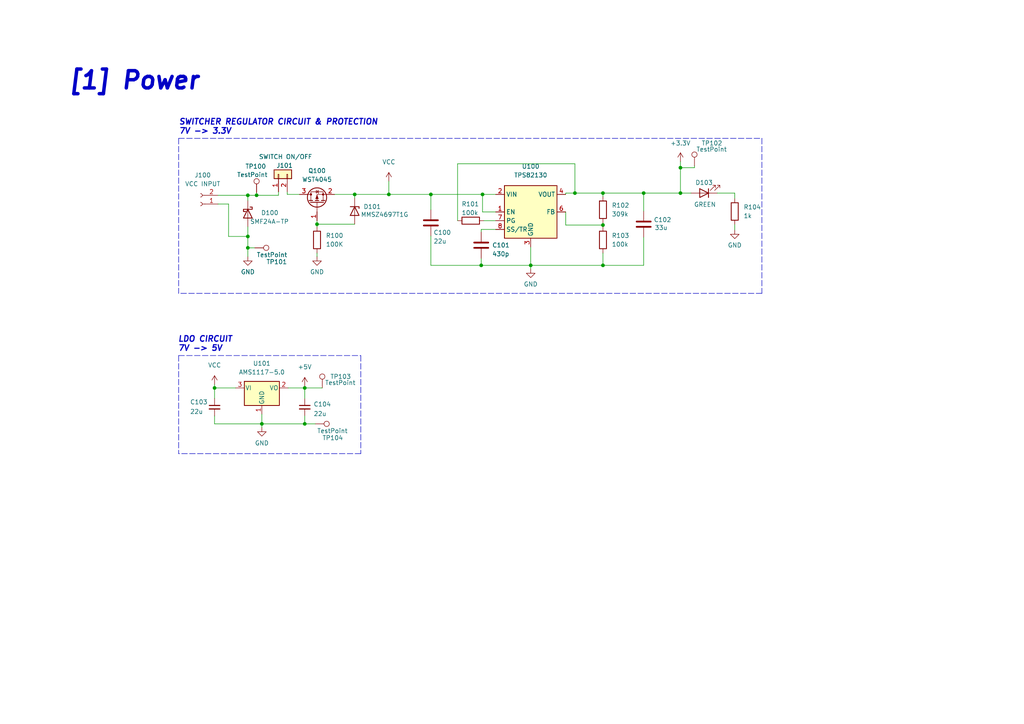
<source format=kicad_sch>
(kicad_sch (version 20211123) (generator eeschema)
  (paper "A4")
  (lib_symbols
    (symbol "Connector:Conn_01x02_Female" (pin_names (offset 1.016) hide)
      (property "Reference" "J" (at 0 2.54 0))
      (property "Value" "Conn_01x02_Female" (at 0 -5.08 0))
      (symbol "Conn_01x02_Female_1_1"
        (arc (start 0 -2.032) (mid -0.508 -2.54) (end 0 -3.048) (stroke (width 0.1524)))
        (polyline (pts (xy -1.27 -2.54) (xy -0.508 -2.54)) (stroke (width 0.1524)))
        (polyline (pts (xy -1.27 0) (xy -0.508 0)) (stroke (width 0.1524)))
        (arc (start 0 0.508) (mid -0.508 0) (end 0 -0.508) (stroke (width 0.1524)))
        (pin passive line (at -5.08 0 0) (length 3.81) (name "Pin_1") (number "1"))
        (pin passive line (at -5.08 -2.54 0) (length 3.81) (name "Pin_2") (number "2"))
      )
    )
    (symbol "Connector:TestPoint" (pin_numbers hide) (pin_names (offset 0.762) hide)
      (property "Reference" "TP" (at 0 6.858 0))
      (property "Value" "TestPoint" (at 0 5.08 0))
      (symbol "TestPoint_0_1"
        (circle (center 0 3.302) (radius 0.762))
      )
      (symbol "TestPoint_1_1"
        (pin passive line (at 0 0 90) (length 2.54) (name "1") (number "1"))
      )
    )
    (symbol "Connector_Generic:Conn_01x02" (pin_names (offset 1.016) hide)
      (property "Reference" "J" (at 0 2.54 0))
      (property "Value" "Conn_01x02" (at 0 -5.08 0))
      (symbol "Conn_01x02_1_1"
        (rectangle (start -1.27 -2.413) (end 0 -2.667) (stroke (width 0.1524)))
        (rectangle (start -1.27 0.127) (end 0 -0.127) (stroke (width 0.1524)))
        (rectangle (start -1.27 1.27) (end 1.27 -3.81) (stroke (width 0.254)) (fill (type background)))
        (pin passive line (at -5.08 0 0) (length 3.81) (name "Pin_1") (number "1"))
        (pin passive line (at -5.08 -2.54 0) (length 3.81) (name "Pin_2") (number "2"))
      )
    )
    (symbol "Device:C" (pin_numbers hide) (pin_names (offset 0.254))
      (property "Reference" "C" (at 0.635 2.54 0))
      (property "Value" "C" (at 0.635 -2.54 0))
      (symbol "C_0_1"
        (polyline (pts (xy -2.032 -0.762) (xy 2.032 -0.762)) (stroke (width 0.508)))
        (polyline (pts (xy -2.032 0.762) (xy 2.032 0.762)) (stroke (width 0.508)))
      )
      (symbol "C_1_1"
        (pin passive line (at 0 3.81 270) (length 2.794) (name "~") (number "1"))
        (pin passive line (at 0 -3.81 90) (length 2.794) (name "~") (number "2"))
      )
    )
    (symbol "Device:C_Small" (pin_numbers hide) (pin_names (offset 0.254) hide)
      (property "Reference" "C" (at 0.254 1.778 0))
      (property "Value" "C_Small" (at 0.254 -2.032 0))
      (symbol "C_Small_0_1"
        (polyline (pts (xy -1.524 -0.508) (xy 1.524 -0.508)) (stroke (width 0.3302)))
        (polyline (pts (xy -1.524 0.508) (xy 1.524 0.508)) (stroke (width 0.3048)))
      )
      (symbol "C_Small_1_1"
        (pin passive line (at 0 2.54 270) (length 2.032) (name "~") (number "1"))
        (pin passive line (at 0 -2.54 90) (length 2.032) (name "~") (number "2"))
      )
    )
    (symbol "Device:D_Schottky" (pin_numbers hide) (pin_names (offset 1.016) hide)
      (property "Reference" "D" (at 0 2.54 0))
      (property "Value" "D_Schottky" (at 0 -2.54 0))
      (symbol "D_Schottky_0_1"
        (polyline (pts (xy 1.27 0) (xy -1.27 0)))
        (polyline (pts (xy 1.27 1.27) (xy 1.27 -1.27) (xy -1.27 0) (xy 1.27 1.27)) (stroke (width 0.254)))
        (polyline (pts (xy -1.905 0.635) (xy -1.905 1.27) (xy -1.27 1.27) (xy -1.27 -1.27) (xy -0.635 -1.27) (xy -0.635 -0.635)) (stroke (width 0.254)))
      )
      (symbol "D_Schottky_1_1"
        (pin passive line (at -3.81 0 0) (length 2.54) (name "K") (number "1"))
        (pin passive line (at 3.81 0 180) (length 2.54) (name "A") (number "2"))
      )
    )
    (symbol "Device:D_Zener" (pin_numbers hide) (pin_names (offset 1.016) hide)
      (property "Reference" "D" (at 0 2.54 0))
      (property "Value" "D_Zener" (at 0 -2.54 0))
      (symbol "D_Zener_0_1"
        (polyline (pts (xy 1.27 0) (xy -1.27 0)))
        (polyline (pts (xy -1.27 -1.27) (xy -1.27 1.27) (xy -0.762 1.27)) (stroke (width 0.254)))
        (polyline (pts (xy 1.27 -1.27) (xy 1.27 1.27) (xy -1.27 0) (xy 1.27 -1.27)) (stroke (width 0.254)))
      )
      (symbol "D_Zener_1_1"
        (pin passive line (at -3.81 0 0) (length 2.54) (name "K") (number "1"))
        (pin passive line (at 3.81 0 180) (length 2.54) (name "A") (number "2"))
      )
    )
    (symbol "Device:LED" (pin_numbers hide) (pin_names (offset 1.016) hide)
      (property "Reference" "D" (at 0 2.54 0))
      (property "Value" "LED" (at 0 -2.54 0))
      (symbol "LED_0_1"
        (polyline (pts (xy -1.27 -1.27) (xy -1.27 1.27)) (stroke (width 0.254)))
        (polyline (pts (xy -1.27 0) (xy 1.27 0)))
        (polyline (pts (xy 1.27 -1.27) (xy 1.27 1.27) (xy -1.27 0) (xy 1.27 -1.27)) (stroke (width 0.254)))
        (polyline (pts (xy -3.048 -0.762) (xy -4.572 -2.286) (xy -3.81 -2.286) (xy -4.572 -2.286) (xy -4.572 -1.524)))
        (polyline (pts (xy -1.778 -0.762) (xy -3.302 -2.286) (xy -2.54 -2.286) (xy -3.302 -2.286) (xy -3.302 -1.524)))
      )
      (symbol "LED_1_1"
        (pin passive line (at -3.81 0 0) (length 2.54) (name "K") (number "1"))
        (pin passive line (at 3.81 0 180) (length 2.54) (name "A") (number "2"))
      )
    )
    (symbol "Device:R" (pin_numbers hide) (pin_names (offset 0))
      (property "Reference" "R" (at 2.032 0 90))
      (property "Value" "R" (at 0 0 90))
      (symbol "R_0_1"
        (rectangle (start -1.016 -2.54) (end 1.016 2.54) (stroke (width 0.254)))
      )
      (symbol "R_1_1"
        (pin passive line (at 0 3.81 270) (length 1.27) (name "~") (number "1"))
        (pin passive line (at 0 -3.81 90) (length 1.27) (name "~") (number "2"))
      )
    )
    (symbol "Regulator_Linear:AMS1117-5.0" (pin_names (offset 0.254))
      (property "Reference" "U" (at -3.81 3.175 0))
      (property "Value" "AMS1117-5.0" (at 0 3.175 0))
      (symbol "AMS1117-5.0_0_1"
        (rectangle (start -5.08 -5.08) (end 5.08 1.905) (stroke (width 0.254)) (fill (type background)))
      )
      (symbol "AMS1117-5.0_1_1"
        (pin power_in line (at 0 -7.62 90) (length 2.54) (name "GND") (number "1"))
        (pin power_out line (at 7.62 0 180) (length 2.54) (name "VO") (number "2"))
        (pin power_in line (at -7.62 0 0) (length 2.54) (name "VI") (number "3"))
      )
    )
    (symbol "Regulator_Switching:TPS82130"
      (property "Reference" "U" (at 1.27 11.43 0))
      (property "Value" "TPS82130" (at 5.08 8.89 0))
      (symbol "TPS82130_0_1"
        (rectangle (start -7.62 7.62) (end 7.62 -7.62) (stroke (width 0.254)) (fill (type background)))
      )
      (symbol "TPS82130_1_1"
        (pin input line (at -10.16 0 0) (length 2.54) (name "EN") (number "1"))
        (pin power_in line (at -10.16 5.08 0) (length 2.54) (name "VIN") (number "2"))
        (pin power_in line (at 0 -10.16 90) (length 2.54) (name "GND") (number "3"))
        (pin power_out line (at 10.16 5.08 180) (length 2.54) (name "VOUT") (number "4"))
        (pin passive line (at 10.16 5.08 180) (length 2.54) hide (name "VOUT") (number "5"))
        (pin input line (at 10.16 0 180) (length 2.54) (name "FB") (number "6"))
        (pin open_collector line (at -10.16 -2.54 0) (length 2.54) (name "PG") (number "7"))
        (pin input line (at -10.16 -5.08 0) (length 2.54) (name "SS/TR") (number "8"))
        (pin passive line (at 0 -10.16 90) (length 2.54) hide (name "GND") (number "9"))
      )
    )
    (symbol "Transistor_FET:AO3401A" (pin_names hide)
      (property "Reference" "Q" (at 5.08 1.905 0))
      (property "Value" "AO3401A" (at 5.08 0 0))
      (symbol "AO3401A_0_1"
        (polyline (pts (xy 0.254 0) (xy -2.54 0)))
        (polyline (pts (xy 0.254 1.905) (xy 0.254 -1.905)) (stroke (width 0.254)))
        (polyline (pts (xy 0.762 -1.27) (xy 0.762 -2.286)) (stroke (width 0.254)))
        (polyline (pts (xy 0.762 0.508) (xy 0.762 -0.508)) (stroke (width 0.254)))
        (polyline (pts (xy 0.762 2.286) (xy 0.762 1.27)) (stroke (width 0.254)))
        (polyline (pts (xy 2.54 2.54) (xy 2.54 1.778)))
        (polyline (pts (xy 2.54 -2.54) (xy 2.54 0) (xy 0.762 0)))
        (polyline (pts (xy 0.762 1.778) (xy 3.302 1.778) (xy 3.302 -1.778) (xy 0.762 -1.778)))
        (polyline (pts (xy 2.286 0) (xy 1.27 0.381) (xy 1.27 -0.381) (xy 2.286 0)) (fill (type outline)))
        (polyline (pts (xy 2.794 -0.508) (xy 2.921 -0.381) (xy 3.683 -0.381) (xy 3.81 -0.254)))
        (polyline (pts (xy 3.302 -0.381) (xy 2.921 0.254) (xy 3.683 0.254) (xy 3.302 -0.381)))
        (circle (center 1.651 0) (radius 2.794) (stroke (width 0.254)))
        (circle (center 2.54 -1.778) (radius 0.254) (fill (type outline)))
        (circle (center 2.54 1.778) (radius 0.254) (fill (type outline)))
      )
      (symbol "AO3401A_1_1"
        (pin input line (at -5.08 0 0) (length 2.54) (name "G") (number "1"))
        (pin passive line (at 2.54 -5.08 90) (length 2.54) (name "S") (number "2"))
        (pin passive line (at 2.54 5.08 270) (length 2.54) (name "D") (number "3"))
      )
    )
    (symbol "power:+3.3V" (power) (pin_names (offset 0))
      (property "Value" "+3.3V" (at 0 3.556 0))
      (symbol "+3.3V_0_1"
        (polyline (pts (xy -0.762 1.27) (xy 0 2.54)))
        (polyline (pts (xy 0 0) (xy 0 2.54)))
        (polyline (pts (xy 0 2.54) (xy 0.762 1.27)))
      )
      (symbol "+3.3V_1_1"
        (pin power_in line (at 0 0 90) (length 0) hide (name "+3.3V") (number "1"))
      )
    )
    (symbol "power:+5V" (power) (pin_names (offset 0))
      (property "Value" "+5V" (at 0 3.556 0))
      (symbol "+5V_0_1"
        (polyline (pts (xy -0.762 1.27) (xy 0 2.54)))
        (polyline (pts (xy 0 0) (xy 0 2.54)))
        (polyline (pts (xy 0 2.54) (xy 0.762 1.27)))
      )
      (symbol "+5V_1_1"
        (pin power_in line (at 0 0 90) (length 0) hide (name "+5V") (number "1"))
      )
    )
    (symbol "power:GND" (power) (pin_names (offset 0))
      (property "Value" "GND" (at 0 -3.81 0))
      (symbol "GND_0_1"
        (polyline (pts (xy 0 0) (xy 0 -1.27) (xy 1.27 -1.27) (xy 0 -2.54) (xy -1.27 -1.27) (xy 0 -1.27)))
      )
      (symbol "GND_1_1"
        (pin power_in line (at 0 0 270) (length 0) hide (name "GND") (number "1"))
      )
    )
    (symbol "power:VCC" (power) (pin_names (offset 0))
      (property "Value" "VCC" (at 0 3.81 0))
      (symbol "VCC_0_1"
        (polyline (pts (xy -0.762 1.27) (xy 0 2.54)))
        (polyline (pts (xy 0 0) (xy 0 2.54)))
        (polyline (pts (xy 0 2.54) (xy 0.762 1.27)))
      )
      (symbol "VCC_1_1"
        (pin power_in line (at 0 0 90) (length 0) hide (name "VCC") (number "1"))
      )
    )
  )
  (junction (at 88.392 122.936))
  (junction (at 75.946 122.936))
  (junction (at 71.882 56.642))
  (junction (at 91.948 65.024))
  (junction (at 174.879 76.962))
  (junction (at 186.69 56.007))
  (junction (at 74.422 56.642))
  (junction (at 88.392 112.522))
  (junction (at 112.776 56.388))
  (junction (at 197.358 48.641))
  (junction (at 124.968 56.388))
  (junction (at 139.573 76.962))
  (junction (at 174.879 65.278))
  (junction (at 71.882 71.882))
  (junction (at 166.751 56.007))
  (junction (at 174.879 56.007))
  (junction (at 62.23 112.522))
  (junction (at 139.954 56.388))
  (junction (at 102.87 56.388))
  (junction (at 197.358 56.007))
  (junction (at 71.882 68.58))
  (junction (at 153.924 76.962))
  (wire (pts (xy 174.879 65.278) (xy 174.879 65.786)))
  (polyline (pts (xy 51.816 40.132) (xy 51.816 85.09)))
  (wire (pts (xy 124.968 68.453) (xy 124.968 76.962)))
  (wire (pts (xy 83.312 55.626) (xy 83.312 56.388)))
  (wire (pts (xy 88.392 112.522) (xy 88.392 112.014)))
  (wire (pts (xy 66.294 68.58) (xy 71.882 68.58)))
  (wire (pts (xy 139.573 76.962) (xy 153.924 76.962)))
  (wire (pts (xy 83.312 56.388) (xy 86.868 56.388)))
  (wire (pts (xy 88.392 122.936) (xy 91.44 122.936)))
  (wire (pts (xy 186.69 68.834) (xy 186.69 76.962)))
  (wire (pts (xy 153.924 71.628) (xy 153.924 76.962)))
  (wire (pts (xy 139.954 61.468) (xy 139.954 56.388)))
  (wire (pts (xy 112.776 56.388) (xy 124.968 56.388)))
  (wire (pts (xy 186.69 76.962) (xy 174.879 76.962)))
  (wire (pts (xy 88.392 112.522) (xy 88.392 115.57)))
  (wire (pts (xy 74.422 56.642) (xy 80.772 56.642)))
  (wire (pts (xy 174.879 73.406) (xy 174.879 76.962)))
  (wire (pts (xy 140.335 64.008) (xy 143.764 64.008)))
  (wire (pts (xy 139.954 56.388) (xy 143.764 56.388)))
  (wire (pts (xy 186.69 56.007) (xy 186.69 61.214)))
  (wire (pts (xy 174.879 56.007) (xy 174.879 57.023)))
  (polyline (pts (xy 104.648 131.572) (xy 51.816 131.572)))
  (wire (pts (xy 132.715 64.008) (xy 132.715 47.498)))
  (wire (pts (xy 75.946 120.142) (xy 75.946 122.936)))
  (wire (pts (xy 71.882 68.58) (xy 71.882 71.882)))
  (wire (pts (xy 186.69 56.007) (xy 197.358 56.007)))
  (wire (pts (xy 91.948 64.008) (xy 91.948 65.024)))
  (wire (pts (xy 88.392 122.936) (xy 75.946 122.936)))
  (wire (pts (xy 143.764 61.468) (xy 139.954 61.468)))
  (wire (pts (xy 197.358 48.641) (xy 197.358 56.007)))
  (wire (pts (xy 88.392 120.65) (xy 88.392 122.936)))
  (wire (pts (xy 164.084 56.007) (xy 164.084 56.388)))
  (wire (pts (xy 102.87 56.388) (xy 112.776 56.388)))
  (wire (pts (xy 91.948 73.406) (xy 91.948 74.422)))
  (polyline (pts (xy 220.98 85.09) (xy 51.816 85.09)))
  (wire (pts (xy 74.422 55.88) (xy 74.422 56.642)))
  (wire (pts (xy 88.392 112.522) (xy 93.472 112.522)))
  (wire (pts (xy 71.882 56.642) (xy 71.882 58.166)))
  (wire (pts (xy 197.358 56.007) (xy 200.406 56.007)))
  (wire (pts (xy 164.084 61.468) (xy 164.084 65.278)))
  (wire (pts (xy 91.948 65.024) (xy 91.948 65.786)))
  (polyline (pts (xy 220.98 40.132) (xy 220.98 85.09)))
  (wire (pts (xy 80.772 55.626) (xy 80.772 56.642)))
  (wire (pts (xy 143.764 66.548) (xy 139.573 66.548)))
  (wire (pts (xy 62.23 112.522) (xy 62.23 111.506)))
  (wire (pts (xy 174.879 64.643) (xy 174.879 65.278)))
  (polyline (pts (xy 51.816 40.132) (xy 220.98 40.132)))
  (wire (pts (xy 71.882 71.882) (xy 73.914 71.882)))
  (wire (pts (xy 208.026 56.007) (xy 213.106 56.007)))
  (wire (pts (xy 91.948 65.024) (xy 102.87 65.024)))
  (wire (pts (xy 71.882 65.786) (xy 71.882 68.58)))
  (wire (pts (xy 213.106 56.007) (xy 213.106 57.531)))
  (wire (pts (xy 63.246 59.182) (xy 66.294 59.182)))
  (polyline (pts (xy 51.816 103.124) (xy 51.816 131.572)))
  (wire (pts (xy 164.084 56.007) (xy 166.751 56.007)))
  (wire (pts (xy 63.246 56.642) (xy 71.882 56.642)))
  (wire (pts (xy 132.715 47.498) (xy 166.751 47.498)))
  (wire (pts (xy 112.776 52.578) (xy 112.776 56.388)))
  (wire (pts (xy 153.924 76.962) (xy 153.924 77.978)))
  (wire (pts (xy 213.106 65.151) (xy 213.106 66.675)))
  (wire (pts (xy 174.879 56.007) (xy 186.69 56.007)))
  (wire (pts (xy 139.573 66.548) (xy 139.573 67.31)))
  (wire (pts (xy 66.294 59.182) (xy 66.294 68.58)))
  (wire (pts (xy 124.968 56.388) (xy 124.968 60.833)))
  (wire (pts (xy 97.028 56.388) (xy 102.87 56.388)))
  (wire (pts (xy 75.946 122.936) (xy 75.946 123.952)))
  (wire (pts (xy 174.879 76.962) (xy 153.924 76.962)))
  (wire (pts (xy 71.882 71.882) (xy 71.882 74.422)))
  (wire (pts (xy 139.573 74.93) (xy 139.573 76.962)))
  (wire (pts (xy 164.084 65.278) (xy 174.879 65.278)))
  (wire (pts (xy 166.751 47.498) (xy 166.751 56.007)))
  (wire (pts (xy 83.566 112.522) (xy 88.392 112.522)))
  (wire (pts (xy 201.422 48.641) (xy 197.358 48.641)))
  (wire (pts (xy 71.882 56.642) (xy 74.422 56.642)))
  (wire (pts (xy 62.23 120.65) (xy 62.23 122.936)))
  (polyline (pts (xy 104.648 103.124) (xy 104.648 131.572)))
  (wire (pts (xy 62.23 112.522) (xy 62.23 115.57)))
  (wire (pts (xy 124.968 56.388) (xy 139.954 56.388)))
  (wire (pts (xy 62.23 122.936) (xy 75.946 122.936)))
  (wire (pts (xy 166.751 56.007) (xy 174.879 56.007)))
  (wire (pts (xy 124.968 76.962) (xy 139.573 76.962)))
  (wire (pts (xy 201.422 48.133) (xy 201.422 48.641)))
  (wire (pts (xy 197.358 46.863) (xy 197.358 48.641)))
  (wire (pts (xy 102.87 56.388) (xy 102.87 57.404)))
  (wire (pts (xy 68.326 112.522) (xy 62.23 112.522)))
  (polyline (pts (xy 51.816 103.124) (xy 104.648 103.124)))
  (text "SWITCHER REGULATOR CIRCUIT & PROTECTION\n7V -> 3.3V" (at 51.816 39.116 0) (effects (font (size 1.651 1.651) bold italic) (justify left bottom)))
  (text "LDO CIRCUIT\n7V -> 5V" (at 51.562 102.108 0) (effects (font (size 1.651 1.651) bold italic) (justify left bottom)))
  (text "[1] Power" (at 19.558 26.416 0) (effects (font (size 5.0038 5.0038) (thickness 1.0008) bold italic) (justify left bottom)))
  (symbol (lib_id "Transistor_FET:AO3401A") (at 91.948 58.928 90) (unit 1)
    (property "Reference" "Q100" (at 91.948 49.53 90))
    (property "Value" "WST4045" (at 91.948 52.07 90))
    (property "Footprint" "Package_TO_SOT_SMD:SOT-23" (effects hide))
    (property "Datasheet" "http://www.aosmd.com/pdfs/datasheet/AO3401A.pdf" (effects hide))
    (property "LCSC" "C719073" (effects hide))
  )
  (symbol (lib_id "Connector:TestPoint") (at 201.422 48.133 0) (unit 1)
    (property "Reference" "TP102" (at 203.454 41.529 0) (effects (justify left)))
    (property "Value" "TestPoint" (at 201.93 43.307 0) (effects (justify left)))
    (property "Footprint" "TestPoint:TestPoint_Pad_D2.0mm" (effects hide))
  )
  (symbol (lib_id "Connector:TestPoint") (at 93.472 112.522 0) (unit 1)
    (property "Reference" "TP103" (at 95.758 109.22 0) (effects (justify left)))
    (property "Value" "TestPoint" (at 94.234 110.998 0) (effects (justify left)))
    (property "Footprint" "TestPoint:TestPoint_Pad_D2.0mm" (effects hide))
  )
  (symbol (lib_id "Device:R") (at 174.879 60.833 180) (unit 1)
    (property "Reference" "R102" (at 177.419 59.563 0) (effects (justify right)))
    (property "Value" "309k" (at 177.419 62.103 0) (effects (justify right)))
    (property "Footprint" "Resistor_SMD:R_0603_1608Metric" (effects hide))
    (property "LCSC" "C21190" (effects hide))
  )
  (symbol (lib_id "Device:LED") (at 204.216 56.007 180) (unit 1)
    (property "Reference" "D103" (at 204.216 52.959 0))
    (property "Value" "GREEN" (at 204.47 59.309 0))
    (property "Footprint" "LED_SMD:LED_0603_1608Metric" (effects hide))
    (property "LCSC" "C72043" (effects hide))
  )
  (symbol (lib_id "Connector:TestPoint") (at 91.44 122.936 270) (unit 1)
    (property "Reference" "TP104" (at 93.472 127 90) (effects (justify left)))
    (property "Value" "TestPoint" (at 91.948 124.968 90) (effects (justify left)))
    (property "Footprint" "TestPoint:TestPoint_Pad_D2.0mm" (effects hide))
  )
  (symbol (lib_id "Connector:TestPoint") (at 73.914 71.882 270) (unit 1)
    (property "Reference" "TP101" (at 77.216 75.946 90) (effects (justify left)))
    (property "Value" "TestPoint" (at 74.422 73.914 90) (effects (justify left)))
    (property "Footprint" "TestPoint:TestPoint_Pad_D2.0mm" (effects hide))
  )
  (symbol (lib_id "power:GND") (at 71.882 74.422 0) (unit 1)
    (property "Reference" "#PWR?" (effects hide))
    (property "Value" "GND" (at 71.882 78.867 0))
  )
  (symbol (lib_id "power:+5V") (at 88.392 112.014 0) (unit 1)
    (property "Reference" "#PWR?" (effects hide))
    (property "Value" "+5V" (at 88.392 106.426 0))
  )
  (symbol (lib_id "Regulator_Switching:TPS82130") (at 153.924 61.468 0) (unit 1)
    (property "Reference" "U100" (at 153.924 48.26 0))
    (property "Value" "TPS82130" (at 153.924 50.8 0))
    (property "Footprint" "Package_LGA:Texas_MicroSiP-8-1EP_2.8x3.0mm_P0.65mm_EP1.1x1.9mm_SMD_ThermalVias" (effects hide))
    (property "Datasheet" "http://www.ti.com/lit/ds/symlink/tps82130.pdf" (effects hide))
  )
  (symbol (lib_id "Device:C") (at 139.573 71.12 0) (unit 1)
    (property "Reference" "C101" (at 142.748 71.12 0) (effects (justify left)))
    (property "Value" "430p" (at 142.748 73.66 0) (effects (justify left)))
    (property "Footprint" "Capacitor_SMD:CP_Elec_10x10.5" (effects hide))
    (property "LCSC" "C2886113" (effects hide))
  )
  (symbol (lib_id "Device:C") (at 186.69 65.024 0) (unit 1)
    (property "Reference" "C102" (at 189.611 63.754 0) (effects (justify left)))
    (property "Value" "33u" (at 189.865 66.04 0) (effects (justify left)))
    (property "Footprint" "Capacitor_SMD:CP_Elec_10x10.5" (effects hide))
    (property "LCSC" "C2886113" (effects hide))
  )
  (symbol (lib_id "Device:R") (at 136.525 64.008 90) (unit 1)
    (property "Reference" "R101" (at 133.858 59.182 90) (effects (justify right)))
    (property "Value" "100k" (at 133.858 61.722 90) (effects (justify right)))
    (property "Footprint" "Resistor_SMD:R_0603_1608Metric" (effects hide))
    (property "LCSC" "C21190" (effects hide))
  )
  (symbol (lib_id "Connector:Conn_01x02_Female") (at 58.166 59.182 180) (unit 1)
    (property "Reference" "J100" (at 58.801 50.8 0))
    (property "Value" "VCC INPUT" (at 58.801 53.34 0))
    (property "Footprint" "Connector_Phoenix_MSTB:PhoenixContact_MSTBA_2,5_2-G-5,08_1x02_P5.08mm_Horizontal" (effects hide))
  )
  (symbol (lib_id "Device:R") (at 213.106 61.341 180) (unit 1)
    (property "Reference" "R104" (at 215.646 60.071 0) (effects (justify right)))
    (property "Value" "1k" (at 215.646 62.611 0) (effects (justify right)))
    (property "Footprint" "Resistor_SMD:R_0603_1608Metric" (effects hide))
    (property "LCSC" "C21190" (effects hide))
  )
  (symbol (lib_id "power:GND") (at 213.106 66.675 0) (unit 1)
    (property "Reference" "#PWR?" (effects hide))
    (property "Value" "GND" (at 213.106 71.12 0))
  )
  (symbol (lib_id "Device:D_Schottky") (at 71.882 61.976 270) (unit 1)
    (property "Reference" "D100" (at 75.692 61.722 90) (effects (justify left)))
    (property "Value" "SMF24A-TP" (at 72.517 64.262 90) (effects (justify left)))
    (property "Footprint" "Jose_:SOD_123FL" (effects hide))
    (property "LCSC" "C545276" (effects hide))
  )
  (symbol (lib_id "Device:D_Zener") (at 102.87 61.214 270) (unit 1)
    (property "Reference" "D101" (at 105.41 59.9439 90) (effects (justify left)))
    (property "Value" "MMSZ4697T1G" (at 104.648 62.23 90) (effects (justify left)))
    (property "Footprint" "Diode_SMD:D_SOD-123" (effects hide))
    (property "LCSC" "C48870" (effects hide))
  )
  (symbol (lib_id "power:GND") (at 153.924 77.978 0) (unit 1)
    (property "Reference" "#PWR?" (effects hide))
    (property "Value" "GND" (at 153.924 82.423 0))
  )
  (symbol (lib_id "power:+3.3V") (at 197.358 46.863 0) (unit 1)
    (property "Reference" "#PWR?" (effects hide))
    (property "Value" "+3.3V" (at 197.358 41.529 0))
  )
  (symbol (lib_id "power:GND") (at 75.946 123.952 0) (unit 1)
    (property "Reference" "#PWR?" (effects hide))
    (property "Value" "GND" (at 75.946 128.5145 0))
  )
  (symbol (lib_id "Device:C") (at 124.968 64.643 0) (unit 1)
    (property "Reference" "C100" (at 125.73 67.437 0) (effects (justify left)))
    (property "Value" "22u" (at 125.73 69.977 0) (effects (justify left)))
    (property "Footprint" "Capacitor_SMD:CP_Elec_10x10.5" (effects hide))
    (property "LCSC" "C2886113" (effects hide))
  )
  (symbol (lib_id "Regulator_Linear:AMS1117-5.0") (at 75.946 112.522 0) (unit 1)
    (property "Reference" "U101" (at 75.946 105.41 0))
    (property "Value" "AMS1117-5.0" (at 75.946 107.95 0))
    (property "Footprint" "Package_TO_SOT_SMD:SOT-223-3_TabPin2" (effects hide))
    (property "Datasheet" "http://www.advanced-monolithic.com/pdf/ds1117.pdf" (effects hide))
  )
  (symbol (lib_id "Device:R") (at 91.948 69.596 0) (unit 1)
    (property "Reference" "R100" (at 94.488 68.3259 0) (effects (justify left)))
    (property "Value" "100K" (at 94.488 70.8659 0) (effects (justify left)))
    (property "Footprint" "Resistor_SMD:R_1206_3216Metric" (effects hide))
    (property "LCSC" "C17900" (effects hide))
  )
  (symbol (lib_id "power:VCC") (at 62.23 111.506 0) (unit 1)
    (property "Reference" "#PWR?" (effects hide))
    (property "Value" "VCC" (at 62.23 105.918 0))
  )
  (symbol (lib_id "Device:C_Small") (at 88.392 118.11 0) (unit 1)
    (property "Reference" "C104" (at 90.932 117.2399 0) (effects (justify left)))
    (property "Value" "22u" (at 90.932 120.015 0) (effects (justify left)))
    (property "Footprint" "Capacitor_SMD:C_0805_2012Metric" (effects hide))
    (property "LCSC" "C15850" (effects hide))
  )
  (symbol (lib_id "Connector:TestPoint") (at 74.422 55.88 0) (unit 1)
    (property "Reference" "TP100" (at 71.12 48.26 0) (effects (justify left)))
    (property "Value" "TestPoint" (at 68.707 50.673 0) (effects (justify left)))
    (property "Footprint" "TestPoint:TestPoint_Pad_D2.0mm" (effects hide))
  )
  (symbol (lib_id "power:VCC") (at 112.776 52.578 0) (unit 1)
    (property "Reference" "#PWR?" (effects hide))
    (property "Value" "VCC" (at 112.776 46.99 0))
  )
  (symbol (lib_id "Connector_Generic:Conn_01x02") (at 80.772 50.546 90) (unit 1)
    (property "Reference" "J101" (at 80.137 48.006 90) (effects (justify right)))
    (property "Value" "SWITCH ON/OFF" (at 75.057 45.466 90) (effects (justify right)))
    (property "Footprint" "Connector_PinHeader_2.54mm:PinHeader_1x02_P2.54mm_Vertical" (effects hide))
  )
  (symbol (lib_id "Device:C_Small") (at 62.23 118.11 0) (unit 1)
    (property "Reference" "C103" (at 55.118 116.6049 0) (effects (justify left)))
    (property "Value" "22u" (at 55.118 119.38 0) (effects (justify left)))
    (property "Footprint" "Capacitor_SMD:C_0805_2012Metric" (effects hide))
    (property "LCSC" "C15850" (effects hide))
  )
  (symbol (lib_id "Device:R") (at 174.879 69.596 180) (unit 1)
    (property "Reference" "R103" (at 177.419 68.326 0) (effects (justify right)))
    (property "Value" "100k" (at 177.419 70.866 0) (effects (justify right)))
    (property "Footprint" "Resistor_SMD:R_0603_1608Metric" (effects hide))
    (property "LCSC" "C21190" (effects hide))
  )
  (symbol (lib_id "power:GND") (at 91.948 74.422 0) (unit 1)
    (property "Reference" "#PWR?" (effects hide))
    (property "Value" "GND" (at 91.948 78.867 0))
  )
)
</source>
